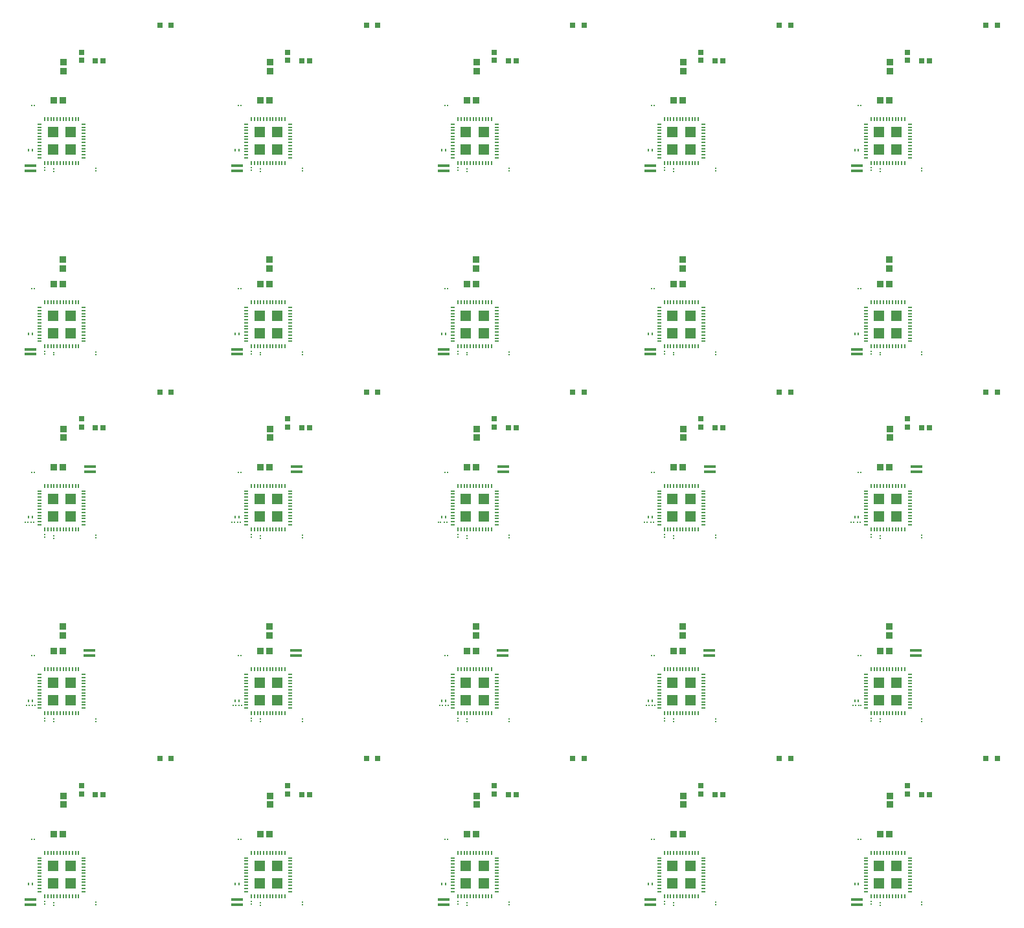
<source format=gbr>
G04 EAGLE Gerber X2 export*
%TF.Part,Single*%
%TF.FileFunction,Paste,Top*%
%TF.FilePolarity,Positive*%
%TF.GenerationSoftware,Autodesk,EAGLE,9.0.0*%
%TF.CreationDate,2018-06-20T06:24:19Z*%
G75*
%MOMM*%
%FSLAX34Y34*%
%LPD*%
%AMOC8*
5,1,8,0,0,1.08239X$1,22.5*%
G01*
%ADD10R,0.254000X0.177800*%
%ADD11R,0.850000X0.900000*%
%ADD12R,0.177800X0.254000*%
%ADD13R,0.250000X0.300000*%
%ADD14R,1.600000X0.350000*%
%ADD15R,0.900000X0.850000*%
%ADD16R,0.750000X0.750000*%
%ADD17R,0.650000X0.800000*%
%ADD18R,0.201250X0.595000*%
%ADD19R,0.595000X0.201250*%
%ADD20R,1.321200X1.321200*%


D10*
X96919Y6708D03*
X96919Y3406D03*
D11*
X42203Y95563D03*
X53803Y95563D03*
D10*
X42337Y6161D03*
X42337Y2859D03*
X30291Y7703D03*
X30291Y4401D03*
D12*
X16635Y89315D03*
X13333Y89315D03*
D13*
X13940Y30568D03*
X8940Y30568D03*
D14*
X11791Y3828D03*
X11791Y10328D03*
D15*
X55091Y134452D03*
X55091Y146052D03*
D16*
X78000Y148500D03*
X78000Y159000D03*
D17*
X180524Y194470D03*
X195524Y194470D03*
D16*
X106611Y147622D03*
X96111Y147622D03*
D18*
X50366Y14181D03*
X46366Y14181D03*
X42366Y14181D03*
X38366Y14181D03*
X34366Y14181D03*
X30366Y14181D03*
X54366Y14181D03*
X58366Y14181D03*
X62366Y14181D03*
X66366Y14181D03*
X70366Y14181D03*
X74366Y14181D03*
D19*
X80966Y20781D03*
X80966Y24781D03*
X80966Y28781D03*
X80966Y32781D03*
X80966Y36781D03*
X80966Y40781D03*
X80966Y44781D03*
X80966Y48781D03*
X80966Y52781D03*
X80966Y56781D03*
X80966Y60781D03*
X80966Y64781D03*
D18*
X74366Y71381D03*
X70366Y71381D03*
X66366Y71381D03*
X62366Y71381D03*
X58366Y71381D03*
X50366Y71381D03*
X54366Y71381D03*
X46366Y71381D03*
X42366Y71381D03*
X38366Y71381D03*
X30366Y71381D03*
X34366Y71381D03*
D19*
X23766Y64781D03*
X23766Y60781D03*
X23766Y56781D03*
X23766Y52781D03*
X23766Y48781D03*
X23766Y44781D03*
X23766Y40781D03*
X23766Y36781D03*
X23766Y32781D03*
X23766Y28781D03*
X23766Y24781D03*
X23766Y20781D03*
D20*
X40866Y54281D03*
X40866Y31281D03*
X63866Y31281D03*
X63866Y54281D03*
D10*
X96919Y-233292D03*
X96919Y-236594D03*
D11*
X42203Y-144437D03*
X53803Y-144437D03*
D10*
X42337Y-233839D03*
X42337Y-237141D03*
X30291Y-232297D03*
X30291Y-235599D03*
D12*
X16635Y-150685D03*
X13333Y-150685D03*
D13*
X13940Y-209432D03*
X8940Y-209432D03*
D14*
X11791Y-236172D03*
X11791Y-229672D03*
D15*
X54091Y-124048D03*
X54091Y-112448D03*
D18*
X50366Y-225819D03*
X46366Y-225819D03*
X42366Y-225819D03*
X38366Y-225819D03*
X34366Y-225819D03*
X30366Y-225819D03*
X54366Y-225819D03*
X58366Y-225819D03*
X62366Y-225819D03*
X66366Y-225819D03*
X70366Y-225819D03*
X74366Y-225819D03*
D19*
X80966Y-219219D03*
X80966Y-215219D03*
X80966Y-211219D03*
X80966Y-207219D03*
X80966Y-203219D03*
X80966Y-199219D03*
X80966Y-195219D03*
X80966Y-191219D03*
X80966Y-187219D03*
X80966Y-183219D03*
X80966Y-179219D03*
X80966Y-175219D03*
D18*
X74366Y-168619D03*
X70366Y-168619D03*
X66366Y-168619D03*
X62366Y-168619D03*
X58366Y-168619D03*
X50366Y-168619D03*
X54366Y-168619D03*
X46366Y-168619D03*
X42366Y-168619D03*
X38366Y-168619D03*
X30366Y-168619D03*
X34366Y-168619D03*
D19*
X23766Y-175219D03*
X23766Y-179219D03*
X23766Y-183219D03*
X23766Y-187219D03*
X23766Y-191219D03*
X23766Y-195219D03*
X23766Y-199219D03*
X23766Y-203219D03*
X23766Y-207219D03*
X23766Y-211219D03*
X23766Y-215219D03*
X23766Y-219219D03*
D20*
X40866Y-185719D03*
X40866Y-208719D03*
X63866Y-208719D03*
X63866Y-185719D03*
D10*
X96919Y-473292D03*
X96919Y-476594D03*
D11*
X42203Y-384437D03*
X53803Y-384437D03*
D10*
X42337Y-473839D03*
X42337Y-477141D03*
X30291Y-472297D03*
X30291Y-475599D03*
D12*
X16635Y-390685D03*
X13333Y-390685D03*
D13*
X13940Y-449432D03*
X8940Y-449432D03*
D14*
X89791Y-390172D03*
X89791Y-383672D03*
D15*
X55091Y-345548D03*
X55091Y-333948D03*
D16*
X78000Y-331500D03*
X78000Y-321000D03*
D17*
X180524Y-285530D03*
X195524Y-285530D03*
D16*
X106611Y-332378D03*
X96111Y-332378D03*
D18*
X50366Y-465819D03*
X46366Y-465819D03*
X42366Y-465819D03*
X38366Y-465819D03*
X34366Y-465819D03*
X30366Y-465819D03*
X54366Y-465819D03*
X58366Y-465819D03*
X62366Y-465819D03*
X66366Y-465819D03*
X70366Y-465819D03*
X74366Y-465819D03*
D19*
X80966Y-459219D03*
X80966Y-455219D03*
X80966Y-451219D03*
X80966Y-447219D03*
X80966Y-443219D03*
X80966Y-439219D03*
X80966Y-435219D03*
X80966Y-431219D03*
X80966Y-427219D03*
X80966Y-423219D03*
X80966Y-419219D03*
X80966Y-415219D03*
D18*
X74366Y-408619D03*
X70366Y-408619D03*
X66366Y-408619D03*
X62366Y-408619D03*
X58366Y-408619D03*
X50366Y-408619D03*
X54366Y-408619D03*
X46366Y-408619D03*
X42366Y-408619D03*
X38366Y-408619D03*
X30366Y-408619D03*
X34366Y-408619D03*
D19*
X23766Y-415219D03*
X23766Y-419219D03*
X23766Y-423219D03*
X23766Y-427219D03*
X23766Y-431219D03*
X23766Y-435219D03*
X23766Y-439219D03*
X23766Y-443219D03*
X23766Y-447219D03*
X23766Y-451219D03*
X23766Y-455219D03*
X23766Y-459219D03*
D20*
X40866Y-425719D03*
X40866Y-448719D03*
X63866Y-448719D03*
X63866Y-425719D03*
D12*
X12476Y-456000D03*
X15778Y-456000D03*
X4476Y-456000D03*
X7778Y-456000D03*
D10*
X96919Y-713292D03*
X96919Y-716594D03*
D11*
X42203Y-624437D03*
X53803Y-624437D03*
D10*
X42337Y-713839D03*
X42337Y-717141D03*
X30291Y-712297D03*
X30291Y-715599D03*
D12*
X16635Y-630685D03*
X13333Y-630685D03*
D13*
X13940Y-689432D03*
X8940Y-689432D03*
D14*
X88791Y-630172D03*
X88791Y-623672D03*
D15*
X54091Y-604048D03*
X54091Y-592448D03*
D18*
X50366Y-705819D03*
X46366Y-705819D03*
X42366Y-705819D03*
X38366Y-705819D03*
X34366Y-705819D03*
X30366Y-705819D03*
X54366Y-705819D03*
X58366Y-705819D03*
X62366Y-705819D03*
X66366Y-705819D03*
X70366Y-705819D03*
X74366Y-705819D03*
D19*
X80966Y-699219D03*
X80966Y-695219D03*
X80966Y-691219D03*
X80966Y-687219D03*
X80966Y-683219D03*
X80966Y-679219D03*
X80966Y-675219D03*
X80966Y-671219D03*
X80966Y-667219D03*
X80966Y-663219D03*
X80966Y-659219D03*
X80966Y-655219D03*
D18*
X74366Y-648619D03*
X70366Y-648619D03*
X66366Y-648619D03*
X62366Y-648619D03*
X58366Y-648619D03*
X50366Y-648619D03*
X54366Y-648619D03*
X46366Y-648619D03*
X42366Y-648619D03*
X38366Y-648619D03*
X30366Y-648619D03*
X34366Y-648619D03*
D19*
X23766Y-655219D03*
X23766Y-659219D03*
X23766Y-663219D03*
X23766Y-667219D03*
X23766Y-671219D03*
X23766Y-675219D03*
X23766Y-679219D03*
X23766Y-683219D03*
X23766Y-687219D03*
X23766Y-691219D03*
X23766Y-695219D03*
X23766Y-699219D03*
D20*
X40866Y-665719D03*
X40866Y-688719D03*
X63866Y-688719D03*
X63866Y-665719D03*
D12*
X13976Y-695500D03*
X17278Y-695500D03*
X6476Y-696000D03*
X9778Y-696000D03*
D10*
X96919Y-953292D03*
X96919Y-956594D03*
D11*
X42203Y-864437D03*
X53803Y-864437D03*
D10*
X42337Y-953839D03*
X42337Y-957141D03*
X30291Y-952297D03*
X30291Y-955599D03*
D12*
X16635Y-870685D03*
X13333Y-870685D03*
D13*
X13940Y-929432D03*
X8940Y-929432D03*
D14*
X11791Y-956172D03*
X11791Y-949672D03*
D15*
X55091Y-825548D03*
X55091Y-813948D03*
D16*
X78000Y-811500D03*
X78000Y-801000D03*
D17*
X180524Y-765530D03*
X195524Y-765530D03*
D16*
X106611Y-812378D03*
X96111Y-812378D03*
D18*
X50366Y-945819D03*
X46366Y-945819D03*
X42366Y-945819D03*
X38366Y-945819D03*
X34366Y-945819D03*
X30366Y-945819D03*
X54366Y-945819D03*
X58366Y-945819D03*
X62366Y-945819D03*
X66366Y-945819D03*
X70366Y-945819D03*
X74366Y-945819D03*
D19*
X80966Y-939219D03*
X80966Y-935219D03*
X80966Y-931219D03*
X80966Y-927219D03*
X80966Y-923219D03*
X80966Y-919219D03*
X80966Y-915219D03*
X80966Y-911219D03*
X80966Y-907219D03*
X80966Y-903219D03*
X80966Y-899219D03*
X80966Y-895219D03*
D18*
X74366Y-888619D03*
X70366Y-888619D03*
X66366Y-888619D03*
X62366Y-888619D03*
X58366Y-888619D03*
X50366Y-888619D03*
X54366Y-888619D03*
X46366Y-888619D03*
X42366Y-888619D03*
X38366Y-888619D03*
X30366Y-888619D03*
X34366Y-888619D03*
D19*
X23766Y-895219D03*
X23766Y-899219D03*
X23766Y-903219D03*
X23766Y-907219D03*
X23766Y-911219D03*
X23766Y-915219D03*
X23766Y-919219D03*
X23766Y-923219D03*
X23766Y-927219D03*
X23766Y-931219D03*
X23766Y-935219D03*
X23766Y-939219D03*
D20*
X40866Y-905719D03*
X40866Y-928719D03*
X63866Y-928719D03*
X63866Y-905719D03*
D10*
X366919Y6708D03*
X366919Y3406D03*
D11*
X312203Y95563D03*
X323803Y95563D03*
D10*
X312337Y6161D03*
X312337Y2859D03*
X300291Y7703D03*
X300291Y4401D03*
D12*
X286635Y89315D03*
X283333Y89315D03*
D13*
X283940Y30568D03*
X278940Y30568D03*
D14*
X281791Y3828D03*
X281791Y10328D03*
D15*
X325091Y134452D03*
X325091Y146052D03*
D16*
X348000Y148500D03*
X348000Y159000D03*
D17*
X450524Y194470D03*
X465524Y194470D03*
D16*
X376611Y147622D03*
X366111Y147622D03*
D18*
X320366Y14181D03*
X316366Y14181D03*
X312366Y14181D03*
X308366Y14181D03*
X304366Y14181D03*
X300366Y14181D03*
X324366Y14181D03*
X328366Y14181D03*
X332366Y14181D03*
X336366Y14181D03*
X340366Y14181D03*
X344366Y14181D03*
D19*
X350966Y20781D03*
X350966Y24781D03*
X350966Y28781D03*
X350966Y32781D03*
X350966Y36781D03*
X350966Y40781D03*
X350966Y44781D03*
X350966Y48781D03*
X350966Y52781D03*
X350966Y56781D03*
X350966Y60781D03*
X350966Y64781D03*
D18*
X344366Y71381D03*
X340366Y71381D03*
X336366Y71381D03*
X332366Y71381D03*
X328366Y71381D03*
X320366Y71381D03*
X324366Y71381D03*
X316366Y71381D03*
X312366Y71381D03*
X308366Y71381D03*
X300366Y71381D03*
X304366Y71381D03*
D19*
X293766Y64781D03*
X293766Y60781D03*
X293766Y56781D03*
X293766Y52781D03*
X293766Y48781D03*
X293766Y44781D03*
X293766Y40781D03*
X293766Y36781D03*
X293766Y32781D03*
X293766Y28781D03*
X293766Y24781D03*
X293766Y20781D03*
D20*
X310866Y54281D03*
X310866Y31281D03*
X333866Y31281D03*
X333866Y54281D03*
D10*
X366919Y-233292D03*
X366919Y-236594D03*
D11*
X312203Y-144437D03*
X323803Y-144437D03*
D10*
X312337Y-233839D03*
X312337Y-237141D03*
X300291Y-232297D03*
X300291Y-235599D03*
D12*
X286635Y-150685D03*
X283333Y-150685D03*
D13*
X283940Y-209432D03*
X278940Y-209432D03*
D14*
X281791Y-236172D03*
X281791Y-229672D03*
D15*
X324091Y-124048D03*
X324091Y-112448D03*
D18*
X320366Y-225819D03*
X316366Y-225819D03*
X312366Y-225819D03*
X308366Y-225819D03*
X304366Y-225819D03*
X300366Y-225819D03*
X324366Y-225819D03*
X328366Y-225819D03*
X332366Y-225819D03*
X336366Y-225819D03*
X340366Y-225819D03*
X344366Y-225819D03*
D19*
X350966Y-219219D03*
X350966Y-215219D03*
X350966Y-211219D03*
X350966Y-207219D03*
X350966Y-203219D03*
X350966Y-199219D03*
X350966Y-195219D03*
X350966Y-191219D03*
X350966Y-187219D03*
X350966Y-183219D03*
X350966Y-179219D03*
X350966Y-175219D03*
D18*
X344366Y-168619D03*
X340366Y-168619D03*
X336366Y-168619D03*
X332366Y-168619D03*
X328366Y-168619D03*
X320366Y-168619D03*
X324366Y-168619D03*
X316366Y-168619D03*
X312366Y-168619D03*
X308366Y-168619D03*
X300366Y-168619D03*
X304366Y-168619D03*
D19*
X293766Y-175219D03*
X293766Y-179219D03*
X293766Y-183219D03*
X293766Y-187219D03*
X293766Y-191219D03*
X293766Y-195219D03*
X293766Y-199219D03*
X293766Y-203219D03*
X293766Y-207219D03*
X293766Y-211219D03*
X293766Y-215219D03*
X293766Y-219219D03*
D20*
X310866Y-185719D03*
X310866Y-208719D03*
X333866Y-208719D03*
X333866Y-185719D03*
D10*
X366919Y-473292D03*
X366919Y-476594D03*
D11*
X312203Y-384437D03*
X323803Y-384437D03*
D10*
X312337Y-473839D03*
X312337Y-477141D03*
X300291Y-472297D03*
X300291Y-475599D03*
D12*
X286635Y-390685D03*
X283333Y-390685D03*
D13*
X283940Y-449432D03*
X278940Y-449432D03*
D14*
X359791Y-390172D03*
X359791Y-383672D03*
D15*
X325091Y-345548D03*
X325091Y-333948D03*
D16*
X348000Y-331500D03*
X348000Y-321000D03*
D17*
X450524Y-285530D03*
X465524Y-285530D03*
D16*
X376611Y-332378D03*
X366111Y-332378D03*
D18*
X320366Y-465819D03*
X316366Y-465819D03*
X312366Y-465819D03*
X308366Y-465819D03*
X304366Y-465819D03*
X300366Y-465819D03*
X324366Y-465819D03*
X328366Y-465819D03*
X332366Y-465819D03*
X336366Y-465819D03*
X340366Y-465819D03*
X344366Y-465819D03*
D19*
X350966Y-459219D03*
X350966Y-455219D03*
X350966Y-451219D03*
X350966Y-447219D03*
X350966Y-443219D03*
X350966Y-439219D03*
X350966Y-435219D03*
X350966Y-431219D03*
X350966Y-427219D03*
X350966Y-423219D03*
X350966Y-419219D03*
X350966Y-415219D03*
D18*
X344366Y-408619D03*
X340366Y-408619D03*
X336366Y-408619D03*
X332366Y-408619D03*
X328366Y-408619D03*
X320366Y-408619D03*
X324366Y-408619D03*
X316366Y-408619D03*
X312366Y-408619D03*
X308366Y-408619D03*
X300366Y-408619D03*
X304366Y-408619D03*
D19*
X293766Y-415219D03*
X293766Y-419219D03*
X293766Y-423219D03*
X293766Y-427219D03*
X293766Y-431219D03*
X293766Y-435219D03*
X293766Y-439219D03*
X293766Y-443219D03*
X293766Y-447219D03*
X293766Y-451219D03*
X293766Y-455219D03*
X293766Y-459219D03*
D20*
X310866Y-425719D03*
X310866Y-448719D03*
X333866Y-448719D03*
X333866Y-425719D03*
D12*
X282476Y-456000D03*
X285778Y-456000D03*
X274476Y-456000D03*
X277778Y-456000D03*
D10*
X366919Y-713292D03*
X366919Y-716594D03*
D11*
X312203Y-624437D03*
X323803Y-624437D03*
D10*
X312337Y-713839D03*
X312337Y-717141D03*
X300291Y-712297D03*
X300291Y-715599D03*
D12*
X286635Y-630685D03*
X283333Y-630685D03*
D13*
X283940Y-689432D03*
X278940Y-689432D03*
D14*
X358791Y-630172D03*
X358791Y-623672D03*
D15*
X324091Y-604048D03*
X324091Y-592448D03*
D18*
X320366Y-705819D03*
X316366Y-705819D03*
X312366Y-705819D03*
X308366Y-705819D03*
X304366Y-705819D03*
X300366Y-705819D03*
X324366Y-705819D03*
X328366Y-705819D03*
X332366Y-705819D03*
X336366Y-705819D03*
X340366Y-705819D03*
X344366Y-705819D03*
D19*
X350966Y-699219D03*
X350966Y-695219D03*
X350966Y-691219D03*
X350966Y-687219D03*
X350966Y-683219D03*
X350966Y-679219D03*
X350966Y-675219D03*
X350966Y-671219D03*
X350966Y-667219D03*
X350966Y-663219D03*
X350966Y-659219D03*
X350966Y-655219D03*
D18*
X344366Y-648619D03*
X340366Y-648619D03*
X336366Y-648619D03*
X332366Y-648619D03*
X328366Y-648619D03*
X320366Y-648619D03*
X324366Y-648619D03*
X316366Y-648619D03*
X312366Y-648619D03*
X308366Y-648619D03*
X300366Y-648619D03*
X304366Y-648619D03*
D19*
X293766Y-655219D03*
X293766Y-659219D03*
X293766Y-663219D03*
X293766Y-667219D03*
X293766Y-671219D03*
X293766Y-675219D03*
X293766Y-679219D03*
X293766Y-683219D03*
X293766Y-687219D03*
X293766Y-691219D03*
X293766Y-695219D03*
X293766Y-699219D03*
D20*
X310866Y-665719D03*
X310866Y-688719D03*
X333866Y-688719D03*
X333866Y-665719D03*
D12*
X283976Y-695500D03*
X287278Y-695500D03*
X276476Y-696000D03*
X279778Y-696000D03*
D10*
X366919Y-953292D03*
X366919Y-956594D03*
D11*
X312203Y-864437D03*
X323803Y-864437D03*
D10*
X312337Y-953839D03*
X312337Y-957141D03*
X300291Y-952297D03*
X300291Y-955599D03*
D12*
X286635Y-870685D03*
X283333Y-870685D03*
D13*
X283940Y-929432D03*
X278940Y-929432D03*
D14*
X281791Y-956172D03*
X281791Y-949672D03*
D15*
X325091Y-825548D03*
X325091Y-813948D03*
D16*
X348000Y-811500D03*
X348000Y-801000D03*
D17*
X450524Y-765530D03*
X465524Y-765530D03*
D16*
X376611Y-812378D03*
X366111Y-812378D03*
D18*
X320366Y-945819D03*
X316366Y-945819D03*
X312366Y-945819D03*
X308366Y-945819D03*
X304366Y-945819D03*
X300366Y-945819D03*
X324366Y-945819D03*
X328366Y-945819D03*
X332366Y-945819D03*
X336366Y-945819D03*
X340366Y-945819D03*
X344366Y-945819D03*
D19*
X350966Y-939219D03*
X350966Y-935219D03*
X350966Y-931219D03*
X350966Y-927219D03*
X350966Y-923219D03*
X350966Y-919219D03*
X350966Y-915219D03*
X350966Y-911219D03*
X350966Y-907219D03*
X350966Y-903219D03*
X350966Y-899219D03*
X350966Y-895219D03*
D18*
X344366Y-888619D03*
X340366Y-888619D03*
X336366Y-888619D03*
X332366Y-888619D03*
X328366Y-888619D03*
X320366Y-888619D03*
X324366Y-888619D03*
X316366Y-888619D03*
X312366Y-888619D03*
X308366Y-888619D03*
X300366Y-888619D03*
X304366Y-888619D03*
D19*
X293766Y-895219D03*
X293766Y-899219D03*
X293766Y-903219D03*
X293766Y-907219D03*
X293766Y-911219D03*
X293766Y-915219D03*
X293766Y-919219D03*
X293766Y-923219D03*
X293766Y-927219D03*
X293766Y-931219D03*
X293766Y-935219D03*
X293766Y-939219D03*
D20*
X310866Y-905719D03*
X310866Y-928719D03*
X333866Y-928719D03*
X333866Y-905719D03*
D10*
X636919Y6708D03*
X636919Y3406D03*
D11*
X582203Y95563D03*
X593803Y95563D03*
D10*
X582337Y6161D03*
X582337Y2859D03*
X570291Y7703D03*
X570291Y4401D03*
D12*
X556635Y89315D03*
X553333Y89315D03*
D13*
X553940Y30568D03*
X548940Y30568D03*
D14*
X551791Y3828D03*
X551791Y10328D03*
D15*
X595091Y134452D03*
X595091Y146052D03*
D16*
X618000Y148500D03*
X618000Y159000D03*
D17*
X720524Y194470D03*
X735524Y194470D03*
D16*
X646611Y147622D03*
X636111Y147622D03*
D18*
X590366Y14181D03*
X586366Y14181D03*
X582366Y14181D03*
X578366Y14181D03*
X574366Y14181D03*
X570366Y14181D03*
X594366Y14181D03*
X598366Y14181D03*
X602366Y14181D03*
X606366Y14181D03*
X610366Y14181D03*
X614366Y14181D03*
D19*
X620966Y20781D03*
X620966Y24781D03*
X620966Y28781D03*
X620966Y32781D03*
X620966Y36781D03*
X620966Y40781D03*
X620966Y44781D03*
X620966Y48781D03*
X620966Y52781D03*
X620966Y56781D03*
X620966Y60781D03*
X620966Y64781D03*
D18*
X614366Y71381D03*
X610366Y71381D03*
X606366Y71381D03*
X602366Y71381D03*
X598366Y71381D03*
X590366Y71381D03*
X594366Y71381D03*
X586366Y71381D03*
X582366Y71381D03*
X578366Y71381D03*
X570366Y71381D03*
X574366Y71381D03*
D19*
X563766Y64781D03*
X563766Y60781D03*
X563766Y56781D03*
X563766Y52781D03*
X563766Y48781D03*
X563766Y44781D03*
X563766Y40781D03*
X563766Y36781D03*
X563766Y32781D03*
X563766Y28781D03*
X563766Y24781D03*
X563766Y20781D03*
D20*
X580866Y54281D03*
X580866Y31281D03*
X603866Y31281D03*
X603866Y54281D03*
D10*
X636919Y-233292D03*
X636919Y-236594D03*
D11*
X582203Y-144437D03*
X593803Y-144437D03*
D10*
X582337Y-233839D03*
X582337Y-237141D03*
X570291Y-232297D03*
X570291Y-235599D03*
D12*
X556635Y-150685D03*
X553333Y-150685D03*
D13*
X553940Y-209432D03*
X548940Y-209432D03*
D14*
X551791Y-236172D03*
X551791Y-229672D03*
D15*
X594091Y-124048D03*
X594091Y-112448D03*
D18*
X590366Y-225819D03*
X586366Y-225819D03*
X582366Y-225819D03*
X578366Y-225819D03*
X574366Y-225819D03*
X570366Y-225819D03*
X594366Y-225819D03*
X598366Y-225819D03*
X602366Y-225819D03*
X606366Y-225819D03*
X610366Y-225819D03*
X614366Y-225819D03*
D19*
X620966Y-219219D03*
X620966Y-215219D03*
X620966Y-211219D03*
X620966Y-207219D03*
X620966Y-203219D03*
X620966Y-199219D03*
X620966Y-195219D03*
X620966Y-191219D03*
X620966Y-187219D03*
X620966Y-183219D03*
X620966Y-179219D03*
X620966Y-175219D03*
D18*
X614366Y-168619D03*
X610366Y-168619D03*
X606366Y-168619D03*
X602366Y-168619D03*
X598366Y-168619D03*
X590366Y-168619D03*
X594366Y-168619D03*
X586366Y-168619D03*
X582366Y-168619D03*
X578366Y-168619D03*
X570366Y-168619D03*
X574366Y-168619D03*
D19*
X563766Y-175219D03*
X563766Y-179219D03*
X563766Y-183219D03*
X563766Y-187219D03*
X563766Y-191219D03*
X563766Y-195219D03*
X563766Y-199219D03*
X563766Y-203219D03*
X563766Y-207219D03*
X563766Y-211219D03*
X563766Y-215219D03*
X563766Y-219219D03*
D20*
X580866Y-185719D03*
X580866Y-208719D03*
X603866Y-208719D03*
X603866Y-185719D03*
D10*
X636919Y-473292D03*
X636919Y-476594D03*
D11*
X582203Y-384437D03*
X593803Y-384437D03*
D10*
X582337Y-473839D03*
X582337Y-477141D03*
X570291Y-472297D03*
X570291Y-475599D03*
D12*
X556635Y-390685D03*
X553333Y-390685D03*
D13*
X553940Y-449432D03*
X548940Y-449432D03*
D14*
X629791Y-390172D03*
X629791Y-383672D03*
D15*
X595091Y-345548D03*
X595091Y-333948D03*
D16*
X618000Y-331500D03*
X618000Y-321000D03*
D17*
X720524Y-285530D03*
X735524Y-285530D03*
D16*
X646611Y-332378D03*
X636111Y-332378D03*
D18*
X590366Y-465819D03*
X586366Y-465819D03*
X582366Y-465819D03*
X578366Y-465819D03*
X574366Y-465819D03*
X570366Y-465819D03*
X594366Y-465819D03*
X598366Y-465819D03*
X602366Y-465819D03*
X606366Y-465819D03*
X610366Y-465819D03*
X614366Y-465819D03*
D19*
X620966Y-459219D03*
X620966Y-455219D03*
X620966Y-451219D03*
X620966Y-447219D03*
X620966Y-443219D03*
X620966Y-439219D03*
X620966Y-435219D03*
X620966Y-431219D03*
X620966Y-427219D03*
X620966Y-423219D03*
X620966Y-419219D03*
X620966Y-415219D03*
D18*
X614366Y-408619D03*
X610366Y-408619D03*
X606366Y-408619D03*
X602366Y-408619D03*
X598366Y-408619D03*
X590366Y-408619D03*
X594366Y-408619D03*
X586366Y-408619D03*
X582366Y-408619D03*
X578366Y-408619D03*
X570366Y-408619D03*
X574366Y-408619D03*
D19*
X563766Y-415219D03*
X563766Y-419219D03*
X563766Y-423219D03*
X563766Y-427219D03*
X563766Y-431219D03*
X563766Y-435219D03*
X563766Y-439219D03*
X563766Y-443219D03*
X563766Y-447219D03*
X563766Y-451219D03*
X563766Y-455219D03*
X563766Y-459219D03*
D20*
X580866Y-425719D03*
X580866Y-448719D03*
X603866Y-448719D03*
X603866Y-425719D03*
D12*
X552476Y-456000D03*
X555778Y-456000D03*
X544476Y-456000D03*
X547778Y-456000D03*
D10*
X636919Y-713292D03*
X636919Y-716594D03*
D11*
X582203Y-624437D03*
X593803Y-624437D03*
D10*
X582337Y-713839D03*
X582337Y-717141D03*
X570291Y-712297D03*
X570291Y-715599D03*
D12*
X556635Y-630685D03*
X553333Y-630685D03*
D13*
X553940Y-689432D03*
X548940Y-689432D03*
D14*
X628791Y-630172D03*
X628791Y-623672D03*
D15*
X594091Y-604048D03*
X594091Y-592448D03*
D18*
X590366Y-705819D03*
X586366Y-705819D03*
X582366Y-705819D03*
X578366Y-705819D03*
X574366Y-705819D03*
X570366Y-705819D03*
X594366Y-705819D03*
X598366Y-705819D03*
X602366Y-705819D03*
X606366Y-705819D03*
X610366Y-705819D03*
X614366Y-705819D03*
D19*
X620966Y-699219D03*
X620966Y-695219D03*
X620966Y-691219D03*
X620966Y-687219D03*
X620966Y-683219D03*
X620966Y-679219D03*
X620966Y-675219D03*
X620966Y-671219D03*
X620966Y-667219D03*
X620966Y-663219D03*
X620966Y-659219D03*
X620966Y-655219D03*
D18*
X614366Y-648619D03*
X610366Y-648619D03*
X606366Y-648619D03*
X602366Y-648619D03*
X598366Y-648619D03*
X590366Y-648619D03*
X594366Y-648619D03*
X586366Y-648619D03*
X582366Y-648619D03*
X578366Y-648619D03*
X570366Y-648619D03*
X574366Y-648619D03*
D19*
X563766Y-655219D03*
X563766Y-659219D03*
X563766Y-663219D03*
X563766Y-667219D03*
X563766Y-671219D03*
X563766Y-675219D03*
X563766Y-679219D03*
X563766Y-683219D03*
X563766Y-687219D03*
X563766Y-691219D03*
X563766Y-695219D03*
X563766Y-699219D03*
D20*
X580866Y-665719D03*
X580866Y-688719D03*
X603866Y-688719D03*
X603866Y-665719D03*
D12*
X553976Y-695500D03*
X557278Y-695500D03*
X546476Y-696000D03*
X549778Y-696000D03*
D10*
X636919Y-953292D03*
X636919Y-956594D03*
D11*
X582203Y-864437D03*
X593803Y-864437D03*
D10*
X582337Y-953839D03*
X582337Y-957141D03*
X570291Y-952297D03*
X570291Y-955599D03*
D12*
X556635Y-870685D03*
X553333Y-870685D03*
D13*
X553940Y-929432D03*
X548940Y-929432D03*
D14*
X551791Y-956172D03*
X551791Y-949672D03*
D15*
X595091Y-825548D03*
X595091Y-813948D03*
D16*
X618000Y-811500D03*
X618000Y-801000D03*
D17*
X720524Y-765530D03*
X735524Y-765530D03*
D16*
X646611Y-812378D03*
X636111Y-812378D03*
D18*
X590366Y-945819D03*
X586366Y-945819D03*
X582366Y-945819D03*
X578366Y-945819D03*
X574366Y-945819D03*
X570366Y-945819D03*
X594366Y-945819D03*
X598366Y-945819D03*
X602366Y-945819D03*
X606366Y-945819D03*
X610366Y-945819D03*
X614366Y-945819D03*
D19*
X620966Y-939219D03*
X620966Y-935219D03*
X620966Y-931219D03*
X620966Y-927219D03*
X620966Y-923219D03*
X620966Y-919219D03*
X620966Y-915219D03*
X620966Y-911219D03*
X620966Y-907219D03*
X620966Y-903219D03*
X620966Y-899219D03*
X620966Y-895219D03*
D18*
X614366Y-888619D03*
X610366Y-888619D03*
X606366Y-888619D03*
X602366Y-888619D03*
X598366Y-888619D03*
X590366Y-888619D03*
X594366Y-888619D03*
X586366Y-888619D03*
X582366Y-888619D03*
X578366Y-888619D03*
X570366Y-888619D03*
X574366Y-888619D03*
D19*
X563766Y-895219D03*
X563766Y-899219D03*
X563766Y-903219D03*
X563766Y-907219D03*
X563766Y-911219D03*
X563766Y-915219D03*
X563766Y-919219D03*
X563766Y-923219D03*
X563766Y-927219D03*
X563766Y-931219D03*
X563766Y-935219D03*
X563766Y-939219D03*
D20*
X580866Y-905719D03*
X580866Y-928719D03*
X603866Y-928719D03*
X603866Y-905719D03*
D10*
X906919Y6708D03*
X906919Y3406D03*
D11*
X852203Y95563D03*
X863803Y95563D03*
D10*
X852337Y6161D03*
X852337Y2859D03*
X840291Y7703D03*
X840291Y4401D03*
D12*
X826635Y89315D03*
X823333Y89315D03*
D13*
X823940Y30568D03*
X818940Y30568D03*
D14*
X821791Y3828D03*
X821791Y10328D03*
D15*
X865091Y134452D03*
X865091Y146052D03*
D16*
X888000Y148500D03*
X888000Y159000D03*
D17*
X990524Y194470D03*
X1005524Y194470D03*
D16*
X916611Y147622D03*
X906111Y147622D03*
D18*
X860366Y14181D03*
X856366Y14181D03*
X852366Y14181D03*
X848366Y14181D03*
X844366Y14181D03*
X840366Y14181D03*
X864366Y14181D03*
X868366Y14181D03*
X872366Y14181D03*
X876366Y14181D03*
X880366Y14181D03*
X884366Y14181D03*
D19*
X890966Y20781D03*
X890966Y24781D03*
X890966Y28781D03*
X890966Y32781D03*
X890966Y36781D03*
X890966Y40781D03*
X890966Y44781D03*
X890966Y48781D03*
X890966Y52781D03*
X890966Y56781D03*
X890966Y60781D03*
X890966Y64781D03*
D18*
X884366Y71381D03*
X880366Y71381D03*
X876366Y71381D03*
X872366Y71381D03*
X868366Y71381D03*
X860366Y71381D03*
X864366Y71381D03*
X856366Y71381D03*
X852366Y71381D03*
X848366Y71381D03*
X840366Y71381D03*
X844366Y71381D03*
D19*
X833766Y64781D03*
X833766Y60781D03*
X833766Y56781D03*
X833766Y52781D03*
X833766Y48781D03*
X833766Y44781D03*
X833766Y40781D03*
X833766Y36781D03*
X833766Y32781D03*
X833766Y28781D03*
X833766Y24781D03*
X833766Y20781D03*
D20*
X850866Y54281D03*
X850866Y31281D03*
X873866Y31281D03*
X873866Y54281D03*
D10*
X906919Y-233292D03*
X906919Y-236594D03*
D11*
X852203Y-144437D03*
X863803Y-144437D03*
D10*
X852337Y-233839D03*
X852337Y-237141D03*
X840291Y-232297D03*
X840291Y-235599D03*
D12*
X826635Y-150685D03*
X823333Y-150685D03*
D13*
X823940Y-209432D03*
X818940Y-209432D03*
D14*
X821791Y-236172D03*
X821791Y-229672D03*
D15*
X864091Y-124048D03*
X864091Y-112448D03*
D18*
X860366Y-225819D03*
X856366Y-225819D03*
X852366Y-225819D03*
X848366Y-225819D03*
X844366Y-225819D03*
X840366Y-225819D03*
X864366Y-225819D03*
X868366Y-225819D03*
X872366Y-225819D03*
X876366Y-225819D03*
X880366Y-225819D03*
X884366Y-225819D03*
D19*
X890966Y-219219D03*
X890966Y-215219D03*
X890966Y-211219D03*
X890966Y-207219D03*
X890966Y-203219D03*
X890966Y-199219D03*
X890966Y-195219D03*
X890966Y-191219D03*
X890966Y-187219D03*
X890966Y-183219D03*
X890966Y-179219D03*
X890966Y-175219D03*
D18*
X884366Y-168619D03*
X880366Y-168619D03*
X876366Y-168619D03*
X872366Y-168619D03*
X868366Y-168619D03*
X860366Y-168619D03*
X864366Y-168619D03*
X856366Y-168619D03*
X852366Y-168619D03*
X848366Y-168619D03*
X840366Y-168619D03*
X844366Y-168619D03*
D19*
X833766Y-175219D03*
X833766Y-179219D03*
X833766Y-183219D03*
X833766Y-187219D03*
X833766Y-191219D03*
X833766Y-195219D03*
X833766Y-199219D03*
X833766Y-203219D03*
X833766Y-207219D03*
X833766Y-211219D03*
X833766Y-215219D03*
X833766Y-219219D03*
D20*
X850866Y-185719D03*
X850866Y-208719D03*
X873866Y-208719D03*
X873866Y-185719D03*
D10*
X906919Y-473292D03*
X906919Y-476594D03*
D11*
X852203Y-384437D03*
X863803Y-384437D03*
D10*
X852337Y-473839D03*
X852337Y-477141D03*
X840291Y-472297D03*
X840291Y-475599D03*
D12*
X826635Y-390685D03*
X823333Y-390685D03*
D13*
X823940Y-449432D03*
X818940Y-449432D03*
D14*
X899791Y-390172D03*
X899791Y-383672D03*
D15*
X865091Y-345548D03*
X865091Y-333948D03*
D16*
X888000Y-331500D03*
X888000Y-321000D03*
D17*
X990524Y-285530D03*
X1005524Y-285530D03*
D16*
X916611Y-332378D03*
X906111Y-332378D03*
D18*
X860366Y-465819D03*
X856366Y-465819D03*
X852366Y-465819D03*
X848366Y-465819D03*
X844366Y-465819D03*
X840366Y-465819D03*
X864366Y-465819D03*
X868366Y-465819D03*
X872366Y-465819D03*
X876366Y-465819D03*
X880366Y-465819D03*
X884366Y-465819D03*
D19*
X890966Y-459219D03*
X890966Y-455219D03*
X890966Y-451219D03*
X890966Y-447219D03*
X890966Y-443219D03*
X890966Y-439219D03*
X890966Y-435219D03*
X890966Y-431219D03*
X890966Y-427219D03*
X890966Y-423219D03*
X890966Y-419219D03*
X890966Y-415219D03*
D18*
X884366Y-408619D03*
X880366Y-408619D03*
X876366Y-408619D03*
X872366Y-408619D03*
X868366Y-408619D03*
X860366Y-408619D03*
X864366Y-408619D03*
X856366Y-408619D03*
X852366Y-408619D03*
X848366Y-408619D03*
X840366Y-408619D03*
X844366Y-408619D03*
D19*
X833766Y-415219D03*
X833766Y-419219D03*
X833766Y-423219D03*
X833766Y-427219D03*
X833766Y-431219D03*
X833766Y-435219D03*
X833766Y-439219D03*
X833766Y-443219D03*
X833766Y-447219D03*
X833766Y-451219D03*
X833766Y-455219D03*
X833766Y-459219D03*
D20*
X850866Y-425719D03*
X850866Y-448719D03*
X873866Y-448719D03*
X873866Y-425719D03*
D12*
X822476Y-456000D03*
X825778Y-456000D03*
X814476Y-456000D03*
X817778Y-456000D03*
D10*
X906919Y-713292D03*
X906919Y-716594D03*
D11*
X852203Y-624437D03*
X863803Y-624437D03*
D10*
X852337Y-713839D03*
X852337Y-717141D03*
X840291Y-712297D03*
X840291Y-715599D03*
D12*
X826635Y-630685D03*
X823333Y-630685D03*
D13*
X823940Y-689432D03*
X818940Y-689432D03*
D14*
X898791Y-630172D03*
X898791Y-623672D03*
D15*
X864091Y-604048D03*
X864091Y-592448D03*
D18*
X860366Y-705819D03*
X856366Y-705819D03*
X852366Y-705819D03*
X848366Y-705819D03*
X844366Y-705819D03*
X840366Y-705819D03*
X864366Y-705819D03*
X868366Y-705819D03*
X872366Y-705819D03*
X876366Y-705819D03*
X880366Y-705819D03*
X884366Y-705819D03*
D19*
X890966Y-699219D03*
X890966Y-695219D03*
X890966Y-691219D03*
X890966Y-687219D03*
X890966Y-683219D03*
X890966Y-679219D03*
X890966Y-675219D03*
X890966Y-671219D03*
X890966Y-667219D03*
X890966Y-663219D03*
X890966Y-659219D03*
X890966Y-655219D03*
D18*
X884366Y-648619D03*
X880366Y-648619D03*
X876366Y-648619D03*
X872366Y-648619D03*
X868366Y-648619D03*
X860366Y-648619D03*
X864366Y-648619D03*
X856366Y-648619D03*
X852366Y-648619D03*
X848366Y-648619D03*
X840366Y-648619D03*
X844366Y-648619D03*
D19*
X833766Y-655219D03*
X833766Y-659219D03*
X833766Y-663219D03*
X833766Y-667219D03*
X833766Y-671219D03*
X833766Y-675219D03*
X833766Y-679219D03*
X833766Y-683219D03*
X833766Y-687219D03*
X833766Y-691219D03*
X833766Y-695219D03*
X833766Y-699219D03*
D20*
X850866Y-665719D03*
X850866Y-688719D03*
X873866Y-688719D03*
X873866Y-665719D03*
D12*
X823976Y-695500D03*
X827278Y-695500D03*
X816476Y-696000D03*
X819778Y-696000D03*
D10*
X906919Y-953292D03*
X906919Y-956594D03*
D11*
X852203Y-864437D03*
X863803Y-864437D03*
D10*
X852337Y-953839D03*
X852337Y-957141D03*
X840291Y-952297D03*
X840291Y-955599D03*
D12*
X826635Y-870685D03*
X823333Y-870685D03*
D13*
X823940Y-929432D03*
X818940Y-929432D03*
D14*
X821791Y-956172D03*
X821791Y-949672D03*
D15*
X865091Y-825548D03*
X865091Y-813948D03*
D16*
X888000Y-811500D03*
X888000Y-801000D03*
D17*
X990524Y-765530D03*
X1005524Y-765530D03*
D16*
X916611Y-812378D03*
X906111Y-812378D03*
D18*
X860366Y-945819D03*
X856366Y-945819D03*
X852366Y-945819D03*
X848366Y-945819D03*
X844366Y-945819D03*
X840366Y-945819D03*
X864366Y-945819D03*
X868366Y-945819D03*
X872366Y-945819D03*
X876366Y-945819D03*
X880366Y-945819D03*
X884366Y-945819D03*
D19*
X890966Y-939219D03*
X890966Y-935219D03*
X890966Y-931219D03*
X890966Y-927219D03*
X890966Y-923219D03*
X890966Y-919219D03*
X890966Y-915219D03*
X890966Y-911219D03*
X890966Y-907219D03*
X890966Y-903219D03*
X890966Y-899219D03*
X890966Y-895219D03*
D18*
X884366Y-888619D03*
X880366Y-888619D03*
X876366Y-888619D03*
X872366Y-888619D03*
X868366Y-888619D03*
X860366Y-888619D03*
X864366Y-888619D03*
X856366Y-888619D03*
X852366Y-888619D03*
X848366Y-888619D03*
X840366Y-888619D03*
X844366Y-888619D03*
D19*
X833766Y-895219D03*
X833766Y-899219D03*
X833766Y-903219D03*
X833766Y-907219D03*
X833766Y-911219D03*
X833766Y-915219D03*
X833766Y-919219D03*
X833766Y-923219D03*
X833766Y-927219D03*
X833766Y-931219D03*
X833766Y-935219D03*
X833766Y-939219D03*
D20*
X850866Y-905719D03*
X850866Y-928719D03*
X873866Y-928719D03*
X873866Y-905719D03*
D10*
X1176919Y6708D03*
X1176919Y3406D03*
D11*
X1122203Y95563D03*
X1133803Y95563D03*
D10*
X1122337Y6161D03*
X1122337Y2859D03*
X1110291Y7703D03*
X1110291Y4401D03*
D12*
X1096635Y89315D03*
X1093333Y89315D03*
D13*
X1093940Y30568D03*
X1088940Y30568D03*
D14*
X1091791Y3828D03*
X1091791Y10328D03*
D15*
X1135091Y134452D03*
X1135091Y146052D03*
D16*
X1158000Y148500D03*
X1158000Y159000D03*
D17*
X1260524Y194470D03*
X1275524Y194470D03*
D16*
X1186611Y147622D03*
X1176111Y147622D03*
D18*
X1130366Y14181D03*
X1126366Y14181D03*
X1122366Y14181D03*
X1118366Y14181D03*
X1114366Y14181D03*
X1110366Y14181D03*
X1134366Y14181D03*
X1138366Y14181D03*
X1142366Y14181D03*
X1146366Y14181D03*
X1150366Y14181D03*
X1154366Y14181D03*
D19*
X1160966Y20781D03*
X1160966Y24781D03*
X1160966Y28781D03*
X1160966Y32781D03*
X1160966Y36781D03*
X1160966Y40781D03*
X1160966Y44781D03*
X1160966Y48781D03*
X1160966Y52781D03*
X1160966Y56781D03*
X1160966Y60781D03*
X1160966Y64781D03*
D18*
X1154366Y71381D03*
X1150366Y71381D03*
X1146366Y71381D03*
X1142366Y71381D03*
X1138366Y71381D03*
X1130366Y71381D03*
X1134366Y71381D03*
X1126366Y71381D03*
X1122366Y71381D03*
X1118366Y71381D03*
X1110366Y71381D03*
X1114366Y71381D03*
D19*
X1103766Y64781D03*
X1103766Y60781D03*
X1103766Y56781D03*
X1103766Y52781D03*
X1103766Y48781D03*
X1103766Y44781D03*
X1103766Y40781D03*
X1103766Y36781D03*
X1103766Y32781D03*
X1103766Y28781D03*
X1103766Y24781D03*
X1103766Y20781D03*
D20*
X1120866Y54281D03*
X1120866Y31281D03*
X1143866Y31281D03*
X1143866Y54281D03*
D10*
X1176919Y-233292D03*
X1176919Y-236594D03*
D11*
X1122203Y-144437D03*
X1133803Y-144437D03*
D10*
X1122337Y-233839D03*
X1122337Y-237141D03*
X1110291Y-232297D03*
X1110291Y-235599D03*
D12*
X1096635Y-150685D03*
X1093333Y-150685D03*
D13*
X1093940Y-209432D03*
X1088940Y-209432D03*
D14*
X1091791Y-236172D03*
X1091791Y-229672D03*
D15*
X1134091Y-124048D03*
X1134091Y-112448D03*
D18*
X1130366Y-225819D03*
X1126366Y-225819D03*
X1122366Y-225819D03*
X1118366Y-225819D03*
X1114366Y-225819D03*
X1110366Y-225819D03*
X1134366Y-225819D03*
X1138366Y-225819D03*
X1142366Y-225819D03*
X1146366Y-225819D03*
X1150366Y-225819D03*
X1154366Y-225819D03*
D19*
X1160966Y-219219D03*
X1160966Y-215219D03*
X1160966Y-211219D03*
X1160966Y-207219D03*
X1160966Y-203219D03*
X1160966Y-199219D03*
X1160966Y-195219D03*
X1160966Y-191219D03*
X1160966Y-187219D03*
X1160966Y-183219D03*
X1160966Y-179219D03*
X1160966Y-175219D03*
D18*
X1154366Y-168619D03*
X1150366Y-168619D03*
X1146366Y-168619D03*
X1142366Y-168619D03*
X1138366Y-168619D03*
X1130366Y-168619D03*
X1134366Y-168619D03*
X1126366Y-168619D03*
X1122366Y-168619D03*
X1118366Y-168619D03*
X1110366Y-168619D03*
X1114366Y-168619D03*
D19*
X1103766Y-175219D03*
X1103766Y-179219D03*
X1103766Y-183219D03*
X1103766Y-187219D03*
X1103766Y-191219D03*
X1103766Y-195219D03*
X1103766Y-199219D03*
X1103766Y-203219D03*
X1103766Y-207219D03*
X1103766Y-211219D03*
X1103766Y-215219D03*
X1103766Y-219219D03*
D20*
X1120866Y-185719D03*
X1120866Y-208719D03*
X1143866Y-208719D03*
X1143866Y-185719D03*
D10*
X1176919Y-473292D03*
X1176919Y-476594D03*
D11*
X1122203Y-384437D03*
X1133803Y-384437D03*
D10*
X1122337Y-473839D03*
X1122337Y-477141D03*
X1110291Y-472297D03*
X1110291Y-475599D03*
D12*
X1096635Y-390685D03*
X1093333Y-390685D03*
D13*
X1093940Y-449432D03*
X1088940Y-449432D03*
D14*
X1169791Y-390172D03*
X1169791Y-383672D03*
D15*
X1135091Y-345548D03*
X1135091Y-333948D03*
D16*
X1158000Y-331500D03*
X1158000Y-321000D03*
D17*
X1260524Y-285530D03*
X1275524Y-285530D03*
D16*
X1186611Y-332378D03*
X1176111Y-332378D03*
D18*
X1130366Y-465819D03*
X1126366Y-465819D03*
X1122366Y-465819D03*
X1118366Y-465819D03*
X1114366Y-465819D03*
X1110366Y-465819D03*
X1134366Y-465819D03*
X1138366Y-465819D03*
X1142366Y-465819D03*
X1146366Y-465819D03*
X1150366Y-465819D03*
X1154366Y-465819D03*
D19*
X1160966Y-459219D03*
X1160966Y-455219D03*
X1160966Y-451219D03*
X1160966Y-447219D03*
X1160966Y-443219D03*
X1160966Y-439219D03*
X1160966Y-435219D03*
X1160966Y-431219D03*
X1160966Y-427219D03*
X1160966Y-423219D03*
X1160966Y-419219D03*
X1160966Y-415219D03*
D18*
X1154366Y-408619D03*
X1150366Y-408619D03*
X1146366Y-408619D03*
X1142366Y-408619D03*
X1138366Y-408619D03*
X1130366Y-408619D03*
X1134366Y-408619D03*
X1126366Y-408619D03*
X1122366Y-408619D03*
X1118366Y-408619D03*
X1110366Y-408619D03*
X1114366Y-408619D03*
D19*
X1103766Y-415219D03*
X1103766Y-419219D03*
X1103766Y-423219D03*
X1103766Y-427219D03*
X1103766Y-431219D03*
X1103766Y-435219D03*
X1103766Y-439219D03*
X1103766Y-443219D03*
X1103766Y-447219D03*
X1103766Y-451219D03*
X1103766Y-455219D03*
X1103766Y-459219D03*
D20*
X1120866Y-425719D03*
X1120866Y-448719D03*
X1143866Y-448719D03*
X1143866Y-425719D03*
D12*
X1092476Y-456000D03*
X1095778Y-456000D03*
X1084476Y-456000D03*
X1087778Y-456000D03*
D10*
X1176919Y-713292D03*
X1176919Y-716594D03*
D11*
X1122203Y-624437D03*
X1133803Y-624437D03*
D10*
X1122337Y-713839D03*
X1122337Y-717141D03*
X1110291Y-712297D03*
X1110291Y-715599D03*
D12*
X1096635Y-630685D03*
X1093333Y-630685D03*
D13*
X1093940Y-689432D03*
X1088940Y-689432D03*
D14*
X1168791Y-630172D03*
X1168791Y-623672D03*
D15*
X1134091Y-604048D03*
X1134091Y-592448D03*
D18*
X1130366Y-705819D03*
X1126366Y-705819D03*
X1122366Y-705819D03*
X1118366Y-705819D03*
X1114366Y-705819D03*
X1110366Y-705819D03*
X1134366Y-705819D03*
X1138366Y-705819D03*
X1142366Y-705819D03*
X1146366Y-705819D03*
X1150366Y-705819D03*
X1154366Y-705819D03*
D19*
X1160966Y-699219D03*
X1160966Y-695219D03*
X1160966Y-691219D03*
X1160966Y-687219D03*
X1160966Y-683219D03*
X1160966Y-679219D03*
X1160966Y-675219D03*
X1160966Y-671219D03*
X1160966Y-667219D03*
X1160966Y-663219D03*
X1160966Y-659219D03*
X1160966Y-655219D03*
D18*
X1154366Y-648619D03*
X1150366Y-648619D03*
X1146366Y-648619D03*
X1142366Y-648619D03*
X1138366Y-648619D03*
X1130366Y-648619D03*
X1134366Y-648619D03*
X1126366Y-648619D03*
X1122366Y-648619D03*
X1118366Y-648619D03*
X1110366Y-648619D03*
X1114366Y-648619D03*
D19*
X1103766Y-655219D03*
X1103766Y-659219D03*
X1103766Y-663219D03*
X1103766Y-667219D03*
X1103766Y-671219D03*
X1103766Y-675219D03*
X1103766Y-679219D03*
X1103766Y-683219D03*
X1103766Y-687219D03*
X1103766Y-691219D03*
X1103766Y-695219D03*
X1103766Y-699219D03*
D20*
X1120866Y-665719D03*
X1120866Y-688719D03*
X1143866Y-688719D03*
X1143866Y-665719D03*
D12*
X1093976Y-695500D03*
X1097278Y-695500D03*
X1086476Y-696000D03*
X1089778Y-696000D03*
D10*
X1176919Y-953292D03*
X1176919Y-956594D03*
D11*
X1122203Y-864437D03*
X1133803Y-864437D03*
D10*
X1122337Y-953839D03*
X1122337Y-957141D03*
X1110291Y-952297D03*
X1110291Y-955599D03*
D12*
X1096635Y-870685D03*
X1093333Y-870685D03*
D13*
X1093940Y-929432D03*
X1088940Y-929432D03*
D14*
X1091791Y-956172D03*
X1091791Y-949672D03*
D15*
X1135091Y-825548D03*
X1135091Y-813948D03*
D16*
X1158000Y-811500D03*
X1158000Y-801000D03*
D17*
X1260524Y-765530D03*
X1275524Y-765530D03*
D16*
X1186611Y-812378D03*
X1176111Y-812378D03*
D18*
X1130366Y-945819D03*
X1126366Y-945819D03*
X1122366Y-945819D03*
X1118366Y-945819D03*
X1114366Y-945819D03*
X1110366Y-945819D03*
X1134366Y-945819D03*
X1138366Y-945819D03*
X1142366Y-945819D03*
X1146366Y-945819D03*
X1150366Y-945819D03*
X1154366Y-945819D03*
D19*
X1160966Y-939219D03*
X1160966Y-935219D03*
X1160966Y-931219D03*
X1160966Y-927219D03*
X1160966Y-923219D03*
X1160966Y-919219D03*
X1160966Y-915219D03*
X1160966Y-911219D03*
X1160966Y-907219D03*
X1160966Y-903219D03*
X1160966Y-899219D03*
X1160966Y-895219D03*
D18*
X1154366Y-888619D03*
X1150366Y-888619D03*
X1146366Y-888619D03*
X1142366Y-888619D03*
X1138366Y-888619D03*
X1130366Y-888619D03*
X1134366Y-888619D03*
X1126366Y-888619D03*
X1122366Y-888619D03*
X1118366Y-888619D03*
X1110366Y-888619D03*
X1114366Y-888619D03*
D19*
X1103766Y-895219D03*
X1103766Y-899219D03*
X1103766Y-903219D03*
X1103766Y-907219D03*
X1103766Y-911219D03*
X1103766Y-915219D03*
X1103766Y-919219D03*
X1103766Y-923219D03*
X1103766Y-927219D03*
X1103766Y-931219D03*
X1103766Y-935219D03*
X1103766Y-939219D03*
D20*
X1120866Y-905719D03*
X1120866Y-928719D03*
X1143866Y-928719D03*
X1143866Y-905719D03*
M02*

</source>
